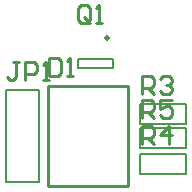
<source format=gto>
%FSTAX24Y24*%
%MOIN*%
G70*
G01*
G75*
%ADD10R,0.0394X0.0500*%
G04:AMPARAMS|DCode=11|XSize=23.6mil|YSize=39.4mil|CornerRadius=3mil|HoleSize=0mil|Usage=FLASHONLY|Rotation=180.000|XOffset=0mil|YOffset=0mil|HoleType=Round|Shape=RoundedRectangle|*
%AMROUNDEDRECTD11*
21,1,0.0236,0.0335,0,0,180.0*
21,1,0.0177,0.0394,0,0,180.0*
1,1,0.0059,-0.0089,0.0167*
1,1,0.0059,0.0089,0.0167*
1,1,0.0059,0.0089,-0.0167*
1,1,0.0059,-0.0089,-0.0167*
%
%ADD11ROUNDEDRECTD11*%
%ADD12C,0.0400*%
%ADD13C,0.0160*%
%ADD14R,0.0846X0.1211*%
%ADD15O,0.0800X0.0600*%
%ADD16R,0.0902X0.0902*%
%ADD17C,0.0902*%
%ADD18O,0.0850X0.0600*%
%ADD19R,0.0850X0.0600*%
%ADD20C,0.0079*%
%ADD21C,0.0100*%
%ADD22C,0.0050*%
%ADD23C,0.0070*%
%ADD24C,0.0197*%
D20*
X03903Y01758D02*
X04057D01*
X03903Y01693D02*
Y01758D01*
X04057Y01692D02*
Y01758D01*
X03903Y01692D02*
X04057D01*
X03903Y01673D02*
X04057D01*
X03903Y01608D02*
Y01673D01*
X04057Y01607D02*
Y01673D01*
X03903Y01607D02*
X04057D01*
X03903Y01838D02*
X04057D01*
X03903Y01773D02*
Y01838D01*
X04057Y01772D02*
Y01838D01*
X03903Y01772D02*
X04057D01*
D21*
X038639Y016197D02*
Y018993D01*
X035961Y01605D02*
Y018697D01*
Y018993D02*
X038639D01*
X035961Y015666D02*
Y01605D01*
Y018697D02*
Y018993D01*
X038639Y015676D02*
Y016197D01*
X038629Y015666D02*
X038639Y015676D01*
X035981Y015666D02*
X038629D01*
X03601Y01994D02*
Y01934D01*
X03631D01*
X03641Y01944D01*
Y01984D01*
X03631Y01994D01*
X03601D01*
X03661Y01934D02*
X03681D01*
X03671D01*
Y01994D01*
X03661Y01984D01*
X03501Y01978D02*
X03481D01*
X03491D01*
Y01928D01*
X03481Y01918D01*
X03471D01*
X03461Y01928D01*
X03521Y01918D02*
Y01978D01*
X03551D01*
X03561Y01968D01*
Y01948D01*
X03551Y01938D01*
X03521D01*
X03581Y01918D02*
X03601D01*
X03591D01*
Y01978D01*
X03581Y01968D01*
X03735Y02118D02*
Y02158D01*
X03725Y02168D01*
X03705D01*
X03695Y02158D01*
Y02118D01*
X03705Y02108D01*
X03725D01*
X03715Y02128D02*
X03735Y02108D01*
X03725D02*
X03735Y02118D01*
X03755Y02108D02*
X03775D01*
X03765D01*
Y02168D01*
X03755Y02158D01*
X03909Y01872D02*
Y01932D01*
X03939D01*
X03949Y01922D01*
Y01902D01*
X03939Y01892D01*
X03909D01*
X03929D02*
X03949Y01872D01*
X03969Y01922D02*
X03979Y01932D01*
X03999D01*
X04009Y01922D01*
Y01912D01*
X03999Y01902D01*
X03989D01*
X03999D01*
X04009Y01892D01*
Y01882D01*
X03999Y01872D01*
X03979D01*
X03969Y01882D01*
X03909Y01707D02*
Y01767D01*
X03939D01*
X03949Y01757D01*
Y01737D01*
X03939Y01727D01*
X03909D01*
X03929D02*
X03949Y01707D01*
X03999D02*
Y01767D01*
X03969Y01737D01*
X04009D01*
X03909Y01792D02*
Y01852D01*
X03939D01*
X03949Y01842D01*
Y01822D01*
X03939Y01812D01*
X03909D01*
X03929D02*
X03949Y01792D01*
X04009Y01852D02*
X03969D01*
Y01822D01*
X03989Y01832D01*
X03999D01*
X04009Y01822D01*
Y01802D01*
X03999Y01792D01*
X03979D01*
X03969Y01802D01*
D22*
X036979Y0199D02*
X038121D01*
X036979Y0196D02*
Y0199D01*
Y0196D02*
X038121D01*
Y0199D01*
D23*
X03565Y015812D02*
Y01885D01*
X03455D02*
X03565D01*
X03455Y015812D02*
X03565D01*
X03455D02*
Y01885D01*
D24*
X037928Y020585D02*
X037926Y020587D01*
X037924Y020585D01*
X037926Y020583D01*
X037928Y020585D01*
M02*

</source>
